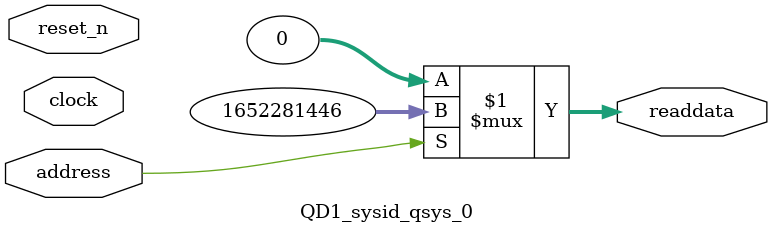
<source format=v>



// synthesis translate_off
`timescale 1ns / 1ps
// synthesis translate_on

// turn off superfluous verilog processor warnings 
// altera message_level Level1 
// altera message_off 10034 10035 10036 10037 10230 10240 10030 

module QD1_sysid_qsys_0 (
               // inputs:
                address,
                clock,
                reset_n,

               // outputs:
                readdata
             )
;

  output  [ 31: 0] readdata;
  input            address;
  input            clock;
  input            reset_n;

  wire    [ 31: 0] readdata;
  //control_slave, which is an e_avalon_slave
  assign readdata = address ? 1652281446 : 0;

endmodule




</source>
